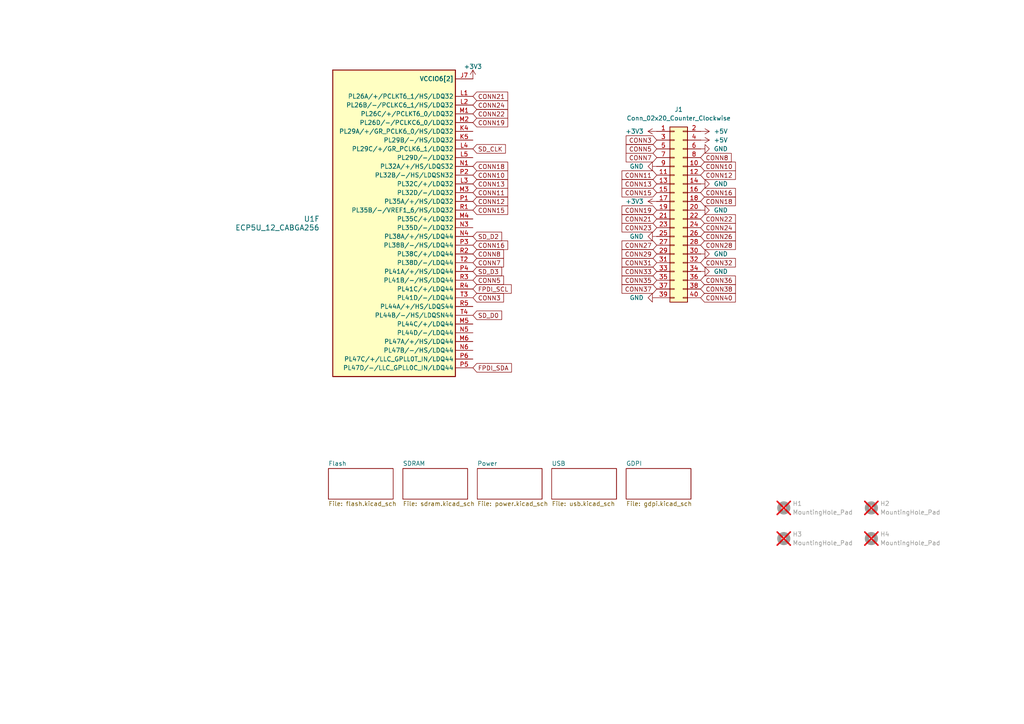
<source format=kicad_sch>
(kicad_sch (version 20250114) (generator "eeschema") (generator_version "9.0")
  (paper "A4")
  (lib_symbols
    (symbol "Connector_Generic:Conn_02x20_Odd_Even" (pin_names (offset 1.016) (hide yes))
      (property "Reference" "J" (at 1.27 25.4 0))
      (property "Value" "Conn_02x20_Odd_Even" (at 1.27 -27.94 0))
      (symbol "Conn_02x20_Odd_Even_1_1"
        (rectangle (start -1.27 24.13) (end 3.81 -26.67) (stroke (width 0.254)) (fill (type background)))
        (rectangle (start -1.27 22.987) (end 0 22.733) (stroke (width 0.1524)))
        (rectangle (start -1.27 20.447) (end 0 20.193) (stroke (width 0.1524)))
        (rectangle (start -1.27 17.907) (end 0 17.653) (stroke (width 0.1524)))
        (rectangle (start -1.27 15.367) (end 0 15.113) (stroke (width 0.1524)))
        (rectangle (start -1.27 12.827) (end 0 12.573) (stroke (width 0.1524)))
        (rectangle (start -1.27 10.287) (end 0 10.033) (stroke (width 0.1524)))
        (rectangle (start -1.27 7.747) (end 0 7.493) (stroke (width 0.1524)))
        (rectangle (start -1.27 5.207) (end 0 4.953) (stroke (width 0.1524)))
        (rectangle (start -1.27 2.667) (end 0 2.413) (stroke (width 0.1524)))
        (rectangle (start -1.27 0.127) (end 0 -0.127) (stroke (width 0.1524)))
        (rectangle (start -1.27 -2.413) (end 0 -2.667) (stroke (width 0.1524)))
        (rectangle (start -1.27 -4.953) (end 0 -5.207) (stroke (width 0.1524)))
        (rectangle (start -1.27 -7.493) (end 0 -7.747) (stroke (width 0.1524)))
        (rectangle (start -1.27 -10.033) (end 0 -10.287) (stroke (width 0.1524)))
        (rectangle (start -1.27 -12.573) (end 0 -12.827) (stroke (width 0.1524)))
        (rectangle (start -1.27 -15.113) (end 0 -15.367) (stroke (width 0.1524)))
        (rectangle (start -1.27 -17.653) (end 0 -17.907) (stroke (width 0.1524)))
        (rectangle (start -1.27 -20.193) (end 0 -20.447) (stroke (width 0.1524)))
        (rectangle (start -1.27 -22.733) (end 0 -22.987) (stroke (width 0.1524)))
        (rectangle (start -1.27 -25.273) (end 0 -25.527) (stroke (width 0.1524)))
        (rectangle (start 3.81 22.987) (end 2.54 22.733) (stroke (width 0.1524)))
        (rectangle (start 3.81 20.447) (end 2.54 20.193) (stroke (width 0.1524)))
        (rectangle (start 3.81 17.907) (end 2.54 17.653) (stroke (width 0.1524)))
        (rectangle (start 3.81 15.367) (end 2.54 15.113) (stroke (width 0.1524)))
        (rectangle (start 3.81 12.827) (end 2.54 12.573) (stroke (width 0.1524)))
        (rectangle (start 3.81 10.287) (end 2.54 10.033) (stroke (width 0.1524)))
        (rectangle (start 3.81 7.747) (end 2.54 7.493) (stroke (width 0.1524)))
        (rectangle (start 3.81 5.207) (end 2.54 4.953) (stroke (width 0.1524)))
        (rectangle (start 3.81 2.667) (end 2.54 2.413) (stroke (width 0.1524)))
        (rectangle (start 3.81 0.127) (end 2.54 -0.127) (stroke (width 0.1524)))
        (rectangle (start 3.81 -2.413) (end 2.54 -2.667) (stroke (width 0.1524)))
        (rectangle (start 3.81 -4.953) (end 2.54 -5.207) (stroke (width 0.1524)))
        (rectangle (start 3.81 -7.493) (end 2.54 -7.747) (stroke (width 0.1524)))
        (rectangle (start 3.81 -10.033) (end 2.54 -10.287) (stroke (width 0.1524)))
        (rectangle (start 3.81 -12.573) (end 2.54 -12.827) (stroke (width 0.1524)))
        (rectangle (start 3.81 -15.113) (end 2.54 -15.367) (stroke (width 0.1524)))
        (rectangle (start 3.81 -17.653) (end 2.54 -17.907) (stroke (width 0.1524)))
        (rectangle (start 3.81 -20.193) (end 2.54 -20.447) (stroke (width 0.1524)))
        (rectangle (start 3.81 -22.733) (end 2.54 -22.987) (stroke (width 0.1524)))
        (rectangle (start 3.81 -25.273) (end 2.54 -25.527) (stroke (width 0.1524)))
        (pin passive line (at -5.08 22.86 0) (length 3.81) (name "Pin_1") (number "1"))
        (pin passive line (at -5.08 20.32 0) (length 3.81) (name "Pin_3") (number "3"))
        (pin passive line (at -5.08 17.78 0) (length 3.81) (name "Pin_5") (number "5"))
        (pin passive line (at -5.08 15.24 0) (length 3.81) (name "Pin_7") (number "7"))
        (pin passive line (at -5.08 12.7 0) (length 3.81) (name "Pin_9") (number "9"))
        (pin passive line (at -5.08 10.16 0) (length 3.81) (name "Pin_11") (number "11"))
        (pin passive line (at -5.08 7.62 0) (length 3.81) (name "Pin_13") (number "13"))
        (pin passive line (at -5.08 5.08 0) (length 3.81) (name "Pin_15") (number "15"))
        (pin passive line (at -5.08 2.54 0) (length 3.81) (name "Pin_17") (number "17"))
        (pin passive line (at -5.08 0 0) (length 3.81) (name "Pin_19") (number "19"))
        (pin passive line (at -5.08 -2.54 0) (length 3.81) (name "Pin_21") (number "21"))
        (pin passive line (at -5.08 -5.08 0) (length 3.81) (name "Pin_23") (number "23"))
        (pin passive line (at -5.08 -7.62 0) (length 3.81) (name "Pin_25") (number "25"))
        (pin passive line (at -5.08 -10.16 0) (length 3.81) (name "Pin_27") (number "27"))
        (pin passive line (at -5.08 -12.7 0) (length 3.81) (name "Pin_29") (number "29"))
        (pin passive line (at -5.08 -15.24 0) (length 3.81) (name "Pin_31") (number "31"))
        (pin passive line (at -5.08 -17.78 0) (length 3.81) (name "Pin_33") (number "33"))
        (pin passive line (at -5.08 -20.32 0) (length 3.81) (name "Pin_35") (number "35"))
        (pin passive line (at -5.08 -22.86 0) (length 3.81) (name "Pin_37") (number "37"))
        (pin passive line (at -5.08 -25.4 0) (length 3.81) (name "Pin_39") (number "39"))
        (pin passive line (at 7.62 22.86 180) (length 3.81) (name "Pin_2") (number "2"))
        (pin passive line (at 7.62 20.32 180) (length 3.81) (name "Pin_4") (number "4"))
        (pin passive line (at 7.62 17.78 180) (length 3.81) (name "Pin_6") (number "6"))
        (pin passive line (at 7.62 15.24 180) (length 3.81) (name "Pin_8") (number "8"))
        (pin passive line (at 7.62 12.7 180) (length 3.81) (name "Pin_10") (number "10"))
        (pin passive line (at 7.62 10.16 180) (length 3.81) (name "Pin_12") (number "12"))
        (pin passive line (at 7.62 7.62 180) (length 3.81) (name "Pin_14") (number "14"))
        (pin passive line (at 7.62 5.08 180) (length 3.81) (name "Pin_16") (number "16"))
        (pin passive line (at 7.62 2.54 180) (length 3.81) (name "Pin_18") (number "18"))
        (pin passive line (at 7.62 0 180) (length 3.81) (name "Pin_20") (number "20"))
        (pin passive line (at 7.62 -2.54 180) (length 3.81) (name "Pin_22") (number "22"))
        (pin passive line (at 7.62 -5.08 180) (length 3.81) (name "Pin_24") (number "24"))
        (pin passive line (at 7.62 -7.62 180) (length 3.81) (name "Pin_26") (number "26"))
        (pin passive line (at 7.62 -10.16 180) (length 3.81) (name "Pin_28") (number "28"))
        (pin passive line (at 7.62 -12.7 180) (length 3.81) (name "Pin_30") (number "30"))
        (pin passive line (at 7.62 -15.24 180) (length 3.81) (name "Pin_32") (number "32"))
        (pin passive line (at 7.62 -17.78 180) (length 3.81) (name "Pin_34") (number "34"))
        (pin passive line (at 7.62 -20.32 180) (length 3.81) (name "Pin_36") (number "36"))
        (pin passive line (at 7.62 -22.86 180) (length 3.81) (name "Pin_38") (number "38"))
        (pin passive line (at 7.62 -25.4 180) (length 3.81) (name "Pin_40") (number "40"))
      )
    )
    (symbol "ECP5U_12_CABGA256_1"
      (property "Reference" "U1" (at 22.86 -2.5399 0))
      (property "Value" "ECP5U_12_CABGA256" (at 22.86 -5.0799 0))
      (symbol "ECP5U_12_CABGA256_1_1_1"
        (rectangle (start -7.62 7.62) (end 6.35 -7.62) (stroke (width 0.001)) (fill (type background)))
        (pin power_in line (at -12.7 5.08 0) (length 5.08) (name "VCC[6]") (number "G6"))
        (pin power_in line (at -12.7 5.08 0) (length 5.08) (name "VCC[6]") (number "G7"))
        (pin power_in line (at -12.7 5.08 0) (length 5.08) (name "VCC[6]") (number "G9"))
        (pin power_in line (at -12.7 5.08 0) (length 5.08) (name "VCC[6]") (number "L10"))
        (pin power_in line (at -12.7 5.08 0) (length 5.08) (name "VCC[6]") (number "L8"))
        (pin power_in line (at -12.7 5.08 0) (length 5.08) (name "VCC[6]") (number "L9"))
        (pin power_in line (at -12.7 2.54 0) (length 5.08) (name "VCCAUX[2]") (number "G11"))
        (pin power_in line (at -12.7 2.54 0) (length 5.08) (name "VCCAUX[2]") (number "L7"))
        (pin power_in line (at -12.7 -5.08 0) (length 5.08) (name "GND[27]") (number "A1"))
        (pin power_in line (at -12.7 -5.08 0) (length 5.08) (name "GND[27]") (number "A16"))
        (pin power_in line (at -12.7 -5.08 0) (length 5.08) (name "GND[27]") (number "D15"))
        (pin power_in line (at -12.7 -5.08 0) (length 5.08) (name "GND[27]") (number "D2"))
        (pin power_in line (at -12.7 -5.08 0) (length 5.08) (name "GND[27]") (number "F8"))
        (pin power_in line (at -12.7 -5.08 0) (length 5.08) (name "GND[27]") (number "F9"))
        (pin power_in line (at -12.7 -5.08 0) (length 5.08) (name "GND[27]") (number "G10"))
        (pin power_in line (at -12.7 -5.08 0) (length 5.08) (name "GND[27]") (number "G8"))
        (pin power_in line (at -12.7 -5.08 0) (length 5.08) (name "GND[27]") (number "H1"))
        (pin power_in line (at -12.7 -5.08 0) (length 5.08) (name "GND[27]") (number "H10"))
        (pin power_in line (at -12.7 -5.08 0) (length 5.08) (name "GND[27]") (number "H16"))
        (pin power_in line (at -12.7 -5.08 0) (length 5.08) (name "GND[27]") (number "H8"))
        (pin power_in line (at -12.7 -5.08 0) (length 5.08) (name "GND[27]") (number "H9"))
        (pin power_in line (at -12.7 -5.08 0) (length 5.08) (name "GND[27]") (number "J10"))
        (pin power_in line (at -12.7 -5.08 0) (length 5.08) (name "GND[27]") (number "J8"))
        (pin power_in line (at -12.7 -5.08 0) (length 5.08) (name "GND[27]") (number "J9"))
        (pin power_in line (at -12.7 -5.08 0) (length 5.08) (name "GND[27]") (number "K10"))
        (pin power_in line (at -12.7 -5.08 0) (length 5.08) (name "GND[27]") (number "K6"))
        (pin power_in line (at -12.7 -5.08 0) (length 5.08) (name "GND[27]") (number "K7"))
        (pin power_in line (at -12.7 -5.08 0) (length 5.08) (name "GND[27]") (number "K8"))
        (pin power_in line (at -12.7 -5.08 0) (length 5.08) (name "GND[27]") (number "K9"))
        (pin power_in line (at -12.7 -5.08 0) (length 5.08) (name "GND[27]") (number "N15"))
        (pin power_in line (at -12.7 -5.08 0) (length 5.08) (name "GND[27]") (number "N2"))
        (pin power_in line (at -12.7 -5.08 0) (length 5.08) (name "GND[27]") (number "T1"))
        (pin power_in line (at -12.7 -5.08 0) (length 5.08) (name "GND[27]") (number "T12"))
        (pin power_in line (at -12.7 -5.08 0) (length 5.08) (name "GND[27]") (number "T16"))
        (pin power_in line (at -12.7 -5.08 0) (length 5.08) (name "GND[27]") (number "T5"))
      )
      (symbol "ECP5U_12_CABGA256_1_2_1"
        (rectangle (start -16.51 40.64) (end 8.89 -27.94) (stroke (width 0.305)) (fill (type background)))
        (pin power_in line (at -21.59 38.1 0) (length 5.08) (name "VCCIO0[2]") (number "F6"))
        (pin power_in line (at -21.59 38.1 0) (length 5.08) (name "VCCIO0[2]") (number "F7"))
        (pin bidirectional line (at -21.59 33.02 0) (length 5.08) (name "PT4A/+") (number "A2"))
        (pin bidirectional line (at -21.59 30.48 0) (length 5.08) (name "PT4B/-") (number "B3"))
        (pin bidirectional line (at -21.59 27.94 0) (length 5.08) (name "PT6A/+") (number "A3"))
        (pin bidirectional line (at -21.59 25.4 0) (length 5.08) (name "PT6B/-") (number "A4"))
        (pin bidirectional line (at -21.59 22.86 0) (length 5.08) (name "PT9A/+") (number "E4"))
        (pin bidirectional line (at -21.59 20.32 0) (length 5.08) (name "PT9B/-") (number "D4"))
        (pin bidirectional line (at -21.59 17.78 0) (length 5.08) (name "PT11A/+") (number "C4"))
        (pin bidirectional line (at -21.59 15.24 0) (length 5.08) (name "PT11B/-") (number "B4"))
        (pin bidirectional line (at -21.59 12.7 0) (length 5.08) (name "PT13A/+") (number "E5"))
        (pin bidirectional line (at -21.59 10.16 0) (length 5.08) (name "PT13B/-") (number "D5"))
        (pin bidirectional line (at -21.59 7.62 0) (length 5.08) (name "PT15A/+") (number "C5"))
        (pin bidirectional line (at -21.59 5.08 0) (length 5.08) (name "PT15B/-") (number "B5"))
        (pin bidirectional line (at -21.59 2.54 0) (length 5.08) (name "PT18A/+") (number "A5"))
        (pin bidirectional line (at -21.59 0 0) (length 5.08) (name "PT18B/-") (number "A6"))
        (pin bidirectional line (at -21.59 -2.54 0) (length 5.08) (name "PT20A/+") (number "E6"))
        (pin bidirectional line (at -21.59 -5.08 0) (length 5.08) (name "PT20B/-") (number "D6"))
        (pin bidirectional line (at -21.59 -7.62 0) (length 5.08) (name "PT22A/+") (number "C6"))
        (pin bidirectional line (at -21.59 -10.16 0) (length 5.08) (name "PT22B/-") (number "B6"))
        (pin bidirectional line (at -21.59 -12.7 0) (length 5.08) (name "PT24A/+/GR_PCLK0_1") (number "E7"))
        (pin bidirectional line (at -21.59 -15.24 0) (length 5.08) (name "PT24B/-/GR_PCLK0_0") (number "D7"))
        (pin bidirectional line (at -21.59 -17.78 0) (length 5.08) (name "PT27A/+/PCLKT0_1") (number "C7"))
        (pin bidirectional line (at -21.59 -20.32 0) (length 5.08) (name "PT27B/-/PCLKC0_1") (number "B7"))
        (pin bidirectional line (at -21.59 -22.86 0) (length 5.08) (name "PT29A/+/PCLKT0_0") (number "A7"))
        (pin bidirectional line (at -21.59 -25.4 0) (length 5.08) (name "PT29B/-/PCLKC0_0") (number "A8"))
      )
      (symbol "ECP5U_12_CABGA256_1_3_1"
        (rectangle (start -16.51 40.64) (end 8.89 -48.26) (stroke (width 0.305)) (fill (type background)))
        (pin power_in line (at -21.59 38.1 0) (length 5.08) (name "VCCIO1[2]") (number "F10"))
        (pin power_in line (at -21.59 38.1 0) (length 5.08) (name "VCCIO1[2]") (number "F11"))
        (pin bidirectional line (at -21.59 33.02 0) (length 5.08) (name "PT33A/+/PCLKT1_1") (number "E8"))
        (pin bidirectional line (at -21.59 30.48 0) (length 5.08) (name "PT33B/-/PCLKC1_1") (number "D8"))
        (pin bidirectional line (at -21.59 27.94 0) (length 5.08) (name "PT35A/+/PCLKT1_0") (number "C8"))
        (pin bidirectional line (at -21.59 25.4 0) (length 5.08) (name "PT35B/-/PCLKC1_0") (number "B8"))
        (pin bidirectional line (at -21.59 22.86 0) (length 5.08) (name "PT38A/+/GR_PCLK1_0") (number "B9"))
        (pin bidirectional line (at -21.59 20.32 0) (length 5.08) (name "PT38B/-/GR_PCLK1_1") (number "C9"))
        (pin bidirectional line (at -21.59 17.78 0) (length 5.08) (name "PT40A/+") (number "D9"))
        (pin bidirectional line (at -21.59 15.24 0) (length 5.08) (name "PT40B/-") (number "E9"))
        (pin bidirectional line (at -21.59 12.7 0) (length 5.08) (name "PT42A/+") (number "A9"))
        (pin bidirectional line (at -21.59 10.16 0) (length 5.08) (name "PT42B/-") (number "A10"))
        (pin bidirectional line (at -21.59 7.62 0) (length 5.08) (name "PT44A/+") (number "B10"))
        (pin bidirectional line (at -21.59 5.08 0) (length 5.08) (name "PT44B/-") (number "C10"))
        (pin bidirectional line (at -21.59 2.54 0) (length 5.08) (name "PT47A/+") (number "D10"))
        (pin bidirectional line (at -21.59 0 0) (length 5.08) (name "PT47B/-") (number "E10"))
        (pin bidirectional line (at -21.59 -2.54 0) (length 5.08) (name "PT49A/+") (number "B11"))
        (pin bidirectional line (at -21.59 -5.08 0) (length 5.08) (name "PT49B/-") (number "C11"))
        (pin bidirectional line (at -21.59 -7.62 0) (length 5.08) (name "PT51A/+") (number "D11"))
        (pin bidirectional line (at -21.59 -10.16 0) (length 5.08) (name "PT51B/-") (number "E11"))
        (pin bidirectional line (at -21.59 -12.7 0) (length 5.08) (name "PT53A/+") (number "A11"))
        (pin bidirectional line (at -21.59 -15.24 0) (length 5.08) (name "PT53B/-") (number "A12"))
        (pin bidirectional line (at -21.59 -17.78 0) (length 5.08) (name "PT56A/+") (number "B12"))
        (pin bidirectional line (at -21.59 -20.32 0) (length 5.08) (name "PT56B/-") (number "C12"))
        (pin bidirectional line (at -21.59 -22.86 0) (length 5.08) (name "PT58A/+") (number "D12"))
        (pin bidirectional line (at -21.59 -25.4 0) (length 5.08) (name "PT58B/-") (number "E12"))
        (pin bidirectional line (at -21.59 -27.94 0) (length 5.08) (name "PT60A/+") (number "B13"))
        (pin bidirectional line (at -21.59 -30.48 0) (length 5.08) (name "PT60B/-") (number "C13"))
        (pin bidirectional line (at -21.59 -33.02 0) (length 5.08) (name "PT62A/+") (number "D13"))
        (pin bidirectional line (at -21.59 -35.56 0) (length 5.08) (name "PT62B/-") (number "E13"))
        (pin bidirectional line (at -21.59 -38.1 0) (length 5.08) (name "PT65A/+") (number "A13"))
        (pin bidirectional line (at -21.59 -40.64 0) (length 5.08) (name "PT65B/-") (number "A14"))
        (pin bidirectional line (at -21.59 -43.18 0) (length 5.08) (name "PT67A/+") (number "B14"))
        (pin bidirectional line (at -21.59 -45.72 0) (length 5.08) (name "PT67B/-") (number "A15"))
      )
      (symbol "ECP5U_12_CABGA256_1_4_1"
        (rectangle (start -16.51 40.64) (end 21.59 -48.26) (stroke (width 0.305)) (fill (type background)))
        (pin power_in line (at -21.59 38.1 0) (length 5.08) (name "VCCIO2[2]") (number "H11"))
        (pin power_in line (at -21.59 38.1 0) (length 5.08) (name "VCCIO2[2]") (number "J11"))
        (pin bidirectional line (at -21.59 33.02 0) (length 5.08) (name "PR2A/+/HS/RDQ8") (number "B16"))
        (pin bidirectional line (at -21.59 30.48 0) (length 5.08) (name "PR2B/-/S0_IN/HS/RDQ8") (number "B15"))
        (pin bidirectional line (at -21.59 27.94 0) (length 5.08) (name "PR2C/+/RDQ8") (number "C14"))
        (pin bidirectional line (at -21.59 25.4 0) (length 5.08) (name "PR2D/-/RDQ8") (number "D14"))
        (pin bidirectional line (at -21.59 22.86 0) (length 5.08) (name "PR5A/+/HS/RDQ8") (number "C16"))
        (pin bidirectional line (at -21.59 20.32 0) (length 5.08) (name "PR5B/-/HS/RDQ8") (number "C15"))
        (pin bidirectional line (at -21.59 17.78 0) (length 5.08) (name "PR5C/+/RDQ8") (number "E14"))
        (pin bidirectional line (at -21.59 15.24 0) (length 5.08) (name "PR5D/-/RDQ8") (number "F14"))
        (pin bidirectional line (at -21.59 12.7 0) (length 5.08) (name "PR8A/+/HS/RDQS8") (number "D16"))
        (pin bidirectional line (at -21.59 10.16 0) (length 5.08) (name "PR8B/-/HS/RDQSN8") (number "E15"))
        (pin bidirectional line (at -21.59 7.62 0) (length 5.08) (name "PR8C/+/RDQ8") (number "F13"))
        (pin bidirectional line (at -21.59 5.08 0) (length 5.08) (name "PR8D/-/RDQ8") (number "F12"))
        (pin bidirectional line (at -21.59 2.54 0) (length 5.08) (name "PR11A/+/HS/RDQ8") (number "G12"))
        (pin bidirectional line (at -21.59 0 0) (length 5.08) (name "PR11B/-/HS/RDQ8") (number "G13"))
        (pin bidirectional line (at -21.59 -2.54 0) (length 5.08) (name "PR11C/+/RDQ8") (number "F15"))
        (pin bidirectional line (at -21.59 -5.08 0) (length 5.08) (name "PR11D/-/RDQ8") (number "E16"))
        (pin bidirectional line (at -21.59 -7.62 0) (length 5.08) (name "PR14A/+/HS/RDQ20") (number "F16"))
        (pin bidirectional line (at -21.59 -10.16 0) (length 5.08) (name "PR14B/-/HS/RDQ20") (number "G15"))
        (pin bidirectional line (at -21.59 -12.7 0) (length 5.08) (name "PR14C/+/VREF1_2/RDQ20") (number "G14"))
        (pin bidirectional line (at -21.59 -15.24 0) (length 5.08) (name "PR14D/-/RDQ20") (number "H14"))
        (pin bidirectional line (at -21.59 -17.78 0) (length 5.08) (name "PR17A/+/HS/RDQ20") (number "H12"))
        (pin bidirectional line (at -21.59 -20.32 0) (length 5.08) (name "PR17B/-/HS/RDQ20") (number "H13"))
        (pin bidirectional line (at -21.59 -22.86 0) (length 5.08) (name "PR17C/+/RDQ20") (number "J13"))
        (pin bidirectional line (at -21.59 -25.4 0) (length 5.08) (name "PR17D/-/RDQ20") (number "J12"))
        (pin bidirectional line (at -21.59 -27.94 0) (length 5.08) (name "PR20A/+/GR_PCLK2_1/HS/RDQS20") (number "G16"))
        (pin bidirectional line (at -21.59 -30.48 0) (length 5.08) (name "PR20B/-/HS/RDQSN20") (number "H15"))
        (pin bidirectional line (at -21.59 -33.02 0) (length 5.08) (name "PR20C/+/GR_PCLK2_0/RDQ20") (number "J14"))
        (pin bidirectional line (at -21.59 -35.56 0) (length 5.08) (name "PR20D/-/RDQ20") (number "K14"))
        (pin bidirectional line (at -21.59 -38.1 0) (length 5.08) (name "PR23A/+/PCLKT2_1/HS/RDQ20") (number "J16"))
        (pin bidirectional line (at -21.59 -40.64 0) (length 5.08) (name "PR23B/-/PCLKC2_1/HS/RDQ20") (number "J15"))
        (pin bidirectional line (at -21.59 -43.18 0) (length 5.08) (name "PR23C/+/PCLKT2_0/RDQ20") (number "K16"))
        (pin bidirectional line (at -21.59 -45.72 0) (length 5.08) (name "PR23D/-/PCLKC2_0/RDQ20") (number "K15"))
      )
      (symbol "ECP5U_12_CABGA256_1_5_1"
        (rectangle (start -16.51 40.64) (end 19.05 -48.26) (stroke (width 0.305)) (fill (type background)))
        (pin power_in line (at -21.59 38.1 0) (length 5.08) (name "VCCIO3[2]") (number "K11"))
        (pin power_in line (at -21.59 38.1 0) (length 5.08) (name "VCCIO3[2]") (number "L11"))
        (pin bidirectional line (at -21.59 33.02 0) (length 5.08) (name "PR26A/+/PCLKT3_1/HS/RDQ32") (number "L16"))
        (pin bidirectional line (at -21.59 30.48 0) (length 5.08) (name "PR26B/-/PCLKC3_1/HS/RDQ32") (number "L15"))
        (pin bidirectional line (at -21.59 27.94 0) (length 5.08) (name "PR26C/+/PCLKT3_0/RDQ32") (number "M16"))
        (pin bidirectional line (at -21.59 25.4 0) (length 5.08) (name "PR26D/-/PCLKC3_0/RDQ32") (number "M15"))
        (pin bidirectional line (at -21.59 22.86 0) (length 5.08) (name "PR29A/+/GR_PCLK3_0/HS/RDQ32") (number "K13"))
        (pin bidirectional line (at -21.59 20.32 0) (length 5.08) (name "PR29B/-/HS/RDQ32") (number "K12"))
        (pin bidirectional line (at -21.59 17.78 0) (length 5.08) (name "PR29C/+/GR_PCLK3_1/RDQ32") (number "L13"))
        (pin bidirectional line (at -21.59 15.24 0) (length 5.08) (name "PR29D/-/RDQ32") (number "L12"))
        (pin bidirectional line (at -21.59 12.7 0) (length 5.08) (name "PR32A/+/HS/RDQS32") (number "N16"))
        (pin bidirectional line (at -21.59 10.16 0) (length 5.08) (name "PR32B/-/HS/RDQSN32") (number "P15"))
        (pin bidirectional line (at -21.59 7.62 0) (length 5.08) (name "PR32C/+/RDQ32") (number "L14"))
        (pin bidirectional line (at -21.59 5.08 0) (length 5.08) (name "PR32D/-/RDQ32") (number "M14"))
        (pin bidirectional line (at -21.59 2.54 0) (length 5.08) (name "PR35A/+/HS/RDQ32") (number "P16"))
        (pin bidirectional line (at -21.59 0 0) (length 5.08) (name "PR35B/-/VREF1_3/HS/RDQ32") (number "R16"))
        (pin bidirectional line (at -21.59 -2.54 0) (length 5.08) (name "PR35C/+/RDQ32") (number "M13"))
        (pin bidirectional line (at -21.59 -5.08 0) (length 5.08) (name "PR35D/-/RDQ32") (number "N14"))
        (pin bidirectional line (at -21.59 -7.62 0) (length 5.08) (name "PR38A/+/HS/RDQ44") (number "N13"))
        (pin bidirectional line (at -21.59 -10.16 0) (length 5.08) (name "PR38B/-/HS/RDQ44") (number "P14"))
        (pin bidirectional line (at -21.59 -12.7 0) (length 5.08) (name "PR38C/+/RDQ44") (number "R15"))
        (pin bidirectional line (at -21.59 -15.24 0) (length 5.08) (name "PR38D/-/RDQ44") (number "T15"))
        (pin bidirectional line (at -21.59 -17.78 0) (length 5.08) (name "PR41A/+/HS/RDQ44") (number "P13"))
        (pin bidirectional line (at -21.59 -20.32 0) (length 5.08) (name "PR41B/-/HS/RDQ44") (number "R14"))
        (pin bidirectional line (at -21.59 -22.86 0) (length 5.08) (name "PR41C/+/RDQ44") (number "R13"))
        (pin bidirectional line (at -21.59 -25.4 0) (length 5.08) (name "PR41D/-/RDQ44") (number "T14"))
        (pin bidirectional line (at -21.59 -27.94 0) (length 5.08) (name "PR44A/+/HS/RDQS44") (number "R12"))
        (pin bidirectional line (at -21.59 -30.48 0) (length 5.08) (name "PR44B/-/HS/RDQSN44") (number "T13"))
        (pin bidirectional line (at -21.59 -33.02 0) (length 5.08) (name "PR44C/+/RDQ44") (number "M12"))
        (pin bidirectional line (at -21.59 -35.56 0) (length 5.08) (name "PR44D/-/RDQ44") (number "N12"))
        (pin bidirectional line (at -21.59 -38.1 0) (length 5.08) (name "PR47A/+/HS/RDQ44") (number "M11"))
        (pin bidirectional line (at -21.59 -40.64 0) (length 5.08) (name "PR47B/-/HS/RDQ44") (number "N11"))
        (pin bidirectional line (at -21.59 -43.18 0) (length 5.08) (name "PR47C/+/LRC_GPLL0T_IN/RDQ44") (number "P11"))
        (pin bidirectional line (at -21.59 -45.72 0) (length 5.08) (name "PR47D/-/LRC_GPLL0C_IN/RDQ44") (number "P12"))
      )
      (symbol "ECP5U_12_CABGA256_1_6_1"
        (rectangle (start -16.51 40.64) (end 19.05 -48.26) (stroke (width 0.305)) (fill (type background)))
        (pin power_in line (at -21.59 38.1 0) (length 5.08) (name "VCCIO6[2]") (number "J6"))
        (pin power_in line (at -21.59 38.1 0) (length 5.08) (name "VCCIO6[2]") (number "J7"))
        (pin bidirectional line (at -21.59 33.02 0) (length 5.08) (name "PL26A/+/PCLKT6_1/HS/LDQ32") (number "L1"))
        (pin bidirectional line (at -21.59 30.48 0) (length 5.08) (name "PL26B/-/PCLKC6_1/HS/LDQ32") (number "L2"))
        (pin bidirectional line (at -21.59 27.94 0) (length 5.08) (name "PL26C/+/PCLKT6_0/LDQ32") (number "M1"))
        (pin bidirectional line (at -21.59 25.4 0) (length 5.08) (name "PL26D/-/PCLKC6_0/LDQ32") (number "M2"))
        (pin bidirectional line (at -21.59 22.86 0) (length 5.08) (name "PL29A/+/GR_PCLK6_0/HS/LDQ32") (number "K4"))
        (pin bidirectional line (at -21.59 20.32 0) (length 5.08) (name "PL29B/-/HS/LDQ32") (number "K5"))
        (pin bidirectional line (at -21.59 17.78 0) (length 5.08) (name "PL29C/+/GR_PCLK6_1/LDQ32") (number "L4"))
        (pin bidirectional line (at -21.59 15.24 0) (length 5.08) (name "PL29D/-/LDQ32") (number "L5"))
        (pin bidirectional line (at -21.59 12.7 0) (length 5.08) (name "PL32A/+/HS/LDQS32") (number "N1"))
        (pin bidirectional line (at -21.59 10.16 0) (length 5.08) (name "PL32B/-/HS/LDQSN32") (number "P2"))
        (pin bidirectional line (at -21.59 7.62 0) (length 5.08) (name "PL32C/+/LDQ32") (number "L3"))
        (pin bidirectional line (at -21.59 5.08 0) (length 5.08) (name "PL32D/-/LDQ32") (number "M3"))
        (pin bidirectional line (at -21.59 2.54 0) (length 5.08) (name "PL35A/+/HS/LDQ32") (number "P1"))
        (pin bidirectional line (at -21.59 0 0) (length 5.08) (name "PL35B/-/VREF1_6/HS/LDQ32") (number "R1"))
        (pin bidirectional line (at -21.59 -2.54 0) (length 5.08) (name "PL35C/+/LDQ32") (number "M4"))
        (pin bidirectional line (at -21.59 -5.08 0) (length 5.08) (name "PL35D/-/LDQ32") (number "N3"))
        (pin bidirectional line (at -21.59 -7.62 0) (length 5.08) (name "PL38A/+/HS/LDQ44") (number "N4"))
        (pin bidirectional line (at -21.59 -10.16 0) (length 5.08) (name "PL38B/-/HS/LDQ44") (number "P3"))
        (pin bidirectional line (at -21.59 -12.7 0) (length 5.08) (name "PL38C/+/LDQ44") (number "R2"))
        (pin bidirectional line (at -21.59 -15.24 0) (length 5.08) (name "PL38D/-/LDQ44") (number "T2"))
        (pin bidirectional line (at -21.59 -17.78 0) (length 5.08) (name "PL41A/+/HS/LDQ44") (number "P4"))
        (pin bidirectional line (at -21.59 -20.32 0) (length 5.08) (name "PL41B/-/HS/LDQ44") (number "R3"))
        (pin bidirectional line (at -21.59 -22.86 0) (length 5.08) (name "PL41C/+/LDQ44") (number "R4"))
        (pin bidirectional line (at -21.59 -25.4 0) (length 5.08) (name "PL41D/-/LDQ44") (number "T3"))
        (pin bidirectional line (at -21.59 -27.94 0) (length 5.08) (name "PL44A/+/HS/LDQS44") (number "R5"))
        (pin bidirectional line (at -21.59 -30.48 0) (length 5.08) (name "PL44B/-/HS/LDQSN44") (number "T4"))
        (pin bidirectional line (at -21.59 -33.02 0) (length 5.08) (name "PL44C/+/LDQ44") (number "M5"))
        (pin bidirectional line (at -21.59 -35.56 0) (length 5.08) (name "PL44D/-/LDQ44") (number "N5"))
        (pin bidirectional line (at -21.59 -38.1 0) (length 5.08) (name "PL47A/+/HS/LDQ44") (number "M6"))
        (pin bidirectional line (at -21.59 -40.64 0) (length 5.08) (name "PL47B/-/HS/LDQ44") (number "N6"))
        (pin bidirectional line (at -21.59 -43.18 0) (length 5.08) (name "PL47C/+/LLC_GPLL0T_IN/LDQ44") (number "P6"))
        (pin bidirectional line (at -21.59 -45.72 0) (length 5.08) (name "PL47D/-/LLC_GPLL0C_IN/LDQ44") (number "P5"))
      )
      (symbol "ECP5U_12_CABGA256_1_7_1"
        (rectangle (start -16.51 40.64) (end 20.32 -46.99) (stroke (width 0.305)) (fill (type background)))
        (pin power_in line (at -21.59 38.1 0) (length 5.08) (name "VCCIO7[2]") (number "H6"))
        (pin power_in line (at -21.59 38.1 0) (length 5.08) (name "VCCIO7[2]") (number "H7"))
        (pin bidirectional line (at -21.59 34.29 0) (length 5.08) (name "PL2A/+/HS/LDQ8") (number "B1"))
        (pin bidirectional line (at -21.59 31.75 0) (length 5.08) (name "PL2B/-/HS/LDQ8") (number "B2"))
        (pin bidirectional line (at -21.59 29.21 0) (length 5.08) (name "PL2C/+/LDQ8") (number "C3"))
        (pin bidirectional line (at -21.59 26.67 0) (length 5.08) (name "PL2D/-/LDQ8") (number "D3"))
        (pin bidirectional line (at -21.59 24.13 0) (length 5.08) (name "PL5A/+/HS/LDQ8") (number "C1"))
        (pin bidirectional line (at -21.59 21.59 0) (length 5.08) (name "PL5B/-/HS/LDQ8") (number "C2"))
        (pin bidirectional line (at -21.59 19.05 0) (length 5.08) (name "PL5C/+/LDQ8") (number "E3"))
        (pin bidirectional line (at -21.59 16.51 0) (length 5.08) (name "PL5D/-/LDQ8") (number "F3"))
        (pin bidirectional line (at -21.59 13.97 0) (length 5.08) (name "PL8A/+/HS/LDQS8") (number "D1"))
        (pin bidirectional line (at -21.59 11.43 0) (length 5.08) (name "PL8B/-/HS/LDQSN8") (number "E2"))
        (pin bidirectional line (at -21.59 8.89 0) (length 5.08) (name "PL8C/+/LDQ8") (number "F4"))
        (pin bidirectional line (at -21.59 6.35 0) (length 5.08) (name "PL8D/-/LDQ8") (number "F5"))
        (pin bidirectional line (at -21.59 3.81 0) (length 5.08) (name "PL11A/+/HS/LDQ8") (number "G5"))
        (pin bidirectional line (at -21.59 1.27 0) (length 5.08) (name "PL11B/-/HS/LDQ8") (number "G4"))
        (pin bidirectional line (at -21.59 -1.27 0) (length 5.08) (name "PL11C/+/LDQ8") (number "F2"))
        (pin bidirectional line (at -21.59 -3.81 0) (length 5.08) (name "PL11D/-/LDQ8") (number "E1"))
        (pin bidirectional line (at -21.59 -6.35 0) (length 5.08) (name "PL14A/+/HS/LDQ20") (number "F1"))
        (pin bidirectional line (at -21.59 -8.89 0) (length 5.08) (name "PL14B/-/HS/LDQ20") (number "G2"))
        (pin bidirectional line (at -21.59 -11.43 0) (length 5.08) (name "PL14C/+/VREF1_7/LDQ20") (number "G3"))
        (pin bidirectional line (at -21.59 -13.97 0) (length 5.08) (name "PL14D/-/LDQ20") (number "H3"))
        (pin bidirectional line (at -21.59 -16.51 0) (length 5.08) (name "PL17A/+/HS/LDQ20") (number "H5"))
        (pin bidirectional line (at -21.59 -19.05 0) (length 5.08) (name "PL17B/-/HS/LDQ20") (number "H4"))
        (pin bidirectional line (at -21.59 -21.59 0) (length 5.08) (name "PL17C/+/LDQ20") (number "J4"))
        (pin bidirectional line (at -21.59 -24.13 0) (length 5.08) (name "PL17D/-/LDQ20") (number "J5"))
        (pin bidirectional line (at -21.59 -26.67 0) (length 5.08) (name "PL20A/+/GR_PCLK7_1/HS/LDQS20") (number "G1"))
        (pin bidirectional line (at -21.59 -29.21 0) (length 5.08) (name "PL20B/-/HS/LDQSN20") (number "H2"))
        (pin bidirectional line (at -21.59 -31.75 0) (length 5.08) (name "PL20C/+/GR_PCLK7_0/LDQ20") (number "J3"))
        (pin bidirectional line (at -21.59 -34.29 0) (length 5.08) (name "PL20D/-/LDQ20") (number "K3"))
        (pin bidirectional line (at -21.59 -36.83 0) (length 5.08) (name "PL23A/+/PCLKT7_1/HS/LDQ20") (number "J1"))
        (pin bidirectional line (at -21.59 -39.37 0) (length 5.08) (name "PL23B/-/PCLKC7_1/HS/LDQ20") (number "J2"))
        (pin bidirectional line (at -21.59 -41.91 0) (length 5.08) (name "PL23C/+/PCLKT7_0/LDQ20") (number "K1"))
        (pin bidirectional line (at -21.59 -44.45 0) (length 5.08) (name "PL23D/-/PCLKC7_0/LDQ20") (number "K2"))
      )
      (symbol "ECP5U_12_CABGA256_1_8_1"
        (rectangle (start -16.51 40.64) (end 25.4 -17.78) (stroke (width 0.305)) (fill (type background)))
        (pin power_in line (at -21.59 38.1 0) (length 5.08) (name "VCCIO8") (number "L6"))
        (pin bidirectional line (at -21.59 33.02 0) (length 5.08) (name "CCLK/MCLK/SCK") (number "N9"))
        (pin bidirectional line (at -21.59 30.48 0) (length 5.08) (name "CFG_0") (number "N10"))
        (pin bidirectional line (at -21.59 27.94 0) (length 5.08) (name "CFG_1") (number "P10"))
        (pin bidirectional line (at -21.59 25.4 0) (length 5.08) (name "CFG_2") (number "R10"))
        (pin bidirectional line (at -21.59 22.86 0) (length 5.08) (name "DONE") (number "P9"))
        (pin bidirectional line (at -21.59 20.32 0) (length 5.08) (name "INITN") (number "T9"))
        (pin bidirectional line (at -21.59 17.78 0) (length 5.08) (name "PB4A/+/D7/IO7") (number "T6"))
        (pin bidirectional line (at -21.59 15.24 0) (length 5.08) (name "PB4B/-/D6/IO6") (number "R6"))
        (pin bidirectional line (at -21.59 12.7 0) (length 5.08) (name "PB6A/+/D5/MISO2/IO5") (number "R7"))
        (pin bidirectional line (at -21.59 10.16 0) (length 5.08) (name "PB6B/-/D4/MOSI2/IO4") (number "P7"))
        (pin bidirectional line (at -21.59 7.62 0) (length 5.08) (name "PB9A/+/D3/IO3") (number "N7"))
        (pin bidirectional line (at -21.59 5.08 0) (length 5.08) (name "PB9B/-/D2/IO2") (number "M7"))
        (pin bidirectional line (at -21.59 2.54 0) (length 5.08) (name "PB11A/+/D1/MISO/IO1") (number "T7"))
        (pin bidirectional line (at -21.59 0 0) (length 5.08) (name "PB11B/-/D0/MOSI/IO0") (number "T8"))
        (pin bidirectional line (at -21.59 -2.54 0) (length 5.08) (name "PB13A/+/SN/CSN") (number "R8"))
        (pin bidirectional line (at -21.59 -5.08 0) (length 5.08) (name "PB13B/-/CS1N") (number "P8"))
        (pin bidirectional line (at -21.59 -7.62 0) (length 5.08) (name "PB15A/+/HOLDN/DI/BUSY/CSSPIN/CEN") (number "N8"))
        (pin bidirectional line (at -21.59 -10.16 0) (length 5.08) (name "PB15B/-/DOUT/CSON") (number "M8"))
        (pin bidirectional line (at -21.59 -12.7 0) (length 5.08) (name "PB18A/WRITEN") (number "M9"))
        (pin bidirectional line (at -21.59 -15.24 0) (length 5.08) (name "PROGRAMN") (number "R9"))
      )
      (symbol "ECP5U_12_CABGA256_1_9_1"
        (rectangle (start -2.54 6.35) (end 5.08 -6.35) (stroke (width 0.305)) (fill (type background)))
        (pin bidirectional line (at -7.62 3.81 0) (length 5.08) (name "TCK") (number "T10"))
        (pin bidirectional line (at -7.62 1.27 0) (length 5.08) (name "TDI") (number "R11"))
        (pin bidirectional line (at -7.62 -1.27 0) (length 5.08) (name "TDO") (number "M10"))
        (pin bidirectional line (at -7.62 -3.81 0) (length 5.08) (name "TMS") (number "T11"))
      )
    )
    (symbol "Mechanical:MountingHole" (pin_names (offset 1.016)) (in_bom no)
      (property "Reference" "H" (at 0 5.08 0))
      (property "Value" "MountingHole" (at 0 3.175 0))
      (symbol "MountingHole_0_1"
        (circle (center 0 0) (radius 1.27) (stroke (width 1.27)))
      )
    )
    (symbol "power:+3V3" (power) (pin_numbers (hide yes)) (pin_names (offset 0) (hide yes))
      (property "Value" "+3V3" (at 0 3.556 0))
      (symbol "+3V3_0_1"
        (polyline (pts (xy -0.762 1.27) (xy 0 2.54)))
        (polyline (pts (xy 0 2.54) (xy 0.762 1.27)))
        (polyline (pts (xy 0 0) (xy 0 2.54)))
      )
      (symbol "+3V3_1_1"
        (pin power_in line (at 0 0 90) (length 0) (name "~") (number "1"))
      )
    )
    (symbol "power:+5V" (power) (pin_numbers (hide yes)) (pin_names (offset 0) (hide yes))
      (property "Value" "+5V" (at 0 3.556 0))
      (symbol "+5V_0_1"
        (polyline (pts (xy -0.762 1.27) (xy 0 2.54)))
        (polyline (pts (xy 0 2.54) (xy 0.762 1.27)))
        (polyline (pts (xy 0 0) (xy 0 2.54)))
      )
      (symbol "+5V_1_1"
        (pin power_in line (at 0 0 90) (length 0) (name "~") (number "1"))
      )
    )
    (symbol "power:GND" (power) (pin_numbers (hide yes)) (pin_names (offset 0) (hide yes))
      (property "Value" "GND" (at 0 -3.81 0))
      (symbol "GND_0_1"
        (polyline (pts (xy 0 0) (xy 0 -1.27) (xy 1.27 -1.27) (xy 0 -2.54) (xy -1.27 -1.27) (xy 0 -1.27)))
      )
      (symbol "GND_1_1"
        (pin power_in line (at 0 0 270) (length 0) (name "~") (number "1"))
      )
    )
  )
  (global_label "CONN22" (shape input) (at 203.2 63.5 0) (property "Intersheetrefs" "${INTERSHEET_REFS}" (effects (hide yes))))
  (global_label "FPDI_SCL" (shape input) (at 137.16 83.82 0) (property "Intersheetrefs" "${INTERSHEET_REFS}" (effects (hide yes))))
  (global_label "SD_D2" (shape input) (at 137.16 68.58 0) (property "Intersheetrefs" "${INTERSHEET_REFS}" (effects (hide yes))))
  (global_label "CONN36" (shape input) (at 203.2 81.28 0) (property "Intersheetrefs" "${INTERSHEET_REFS}" (effects (hide yes))))
  (global_label "CONN13" (shape input) (at 190.5 53.34 180) (property "Intersheetrefs" "${INTERSHEET_REFS}" (effects (hide yes))))
  (global_label "CONN37" (shape input) (at 190.5 83.82 180) (property "Intersheetrefs" "${INTERSHEET_REFS}" (effects (hide yes))))
  (global_label "CONN7" (shape input) (at 137.16 76.2 0) (property "Intersheetrefs" "${INTERSHEET_REFS}" (effects (hide yes))))
  (global_label "CONN11" (shape input) (at 137.16 55.88 0) (property "Intersheetrefs" "${INTERSHEET_REFS}" (effects (hide yes))))
  (global_label "CONN27" (shape input) (at 190.5 71.12 180) (property "Intersheetrefs" "${INTERSHEET_REFS}" (effects (hide yes))))
  (global_label "CONN18" (shape input) (at 137.16 48.26 0) (property "Intersheetrefs" "${INTERSHEET_REFS}" (effects (hide yes))))
  (global_label "FPDI_SDA" (shape input) (at 137.16 106.68 0) (property "Intersheetrefs" "${INTERSHEET_REFS}" (effects (hide yes))))
  (global_label "CONN21" (shape input) (at 190.5 63.5 180) (property "Intersheetrefs" "${INTERSHEET_REFS}" (effects (hide yes))))
  (global_label "CONN3" (shape input) (at 190.5 40.64 180) (property "Intersheetrefs" "${INTERSHEET_REFS}" (effects (hide yes))))
  (global_label "CONN24" (shape input) (at 137.16 30.48 0) (property "Intersheetrefs" "${INTERSHEET_REFS}" (effects (hide yes))))
  (global_label "CONN40" (shape input) (at 203.2 86.36 0) (property "Intersheetrefs" "${INTERSHEET_REFS}" (effects (hide yes))))
  (global_label "CONN15" (shape input) (at 190.5 55.88 180) (property "Intersheetrefs" "${INTERSHEET_REFS}" (effects (hide yes))))
  (global_label "CONN10" (shape input) (at 203.2 48.26 0) (property "Intersheetrefs" "${INTERSHEET_REFS}" (effects (hide yes))))
  (global_label "CONN7" (shape input) (at 190.5 45.72 180) (property "Intersheetrefs" "${INTERSHEET_REFS}" (effects (hide yes))))
  (global_label "CONN16" (shape input) (at 203.2 55.88 0) (property "Intersheetrefs" "${INTERSHEET_REFS}" (effects (hide yes))))
  (global_label "SD_D3" (shape input) (at 137.16 78.74 0) (property "Intersheetrefs" "${INTERSHEET_REFS}" (effects (hide yes))))
  (global_label "CONN13" (shape input) (at 137.16 53.34 0) (property "Intersheetrefs" "${INTERSHEET_REFS}" (effects (hide yes))))
  (global_label "CONN35" (shape input) (at 190.5 81.28 180) (property "Intersheetrefs" "${INTERSHEET_REFS}" (effects (hide yes))))
  (global_label "CONN18" (shape input) (at 203.2 58.42 0) (property "Intersheetrefs" "${INTERSHEET_REFS}" (effects (hide yes))))
  (global_label "CONN32" (shape input) (at 203.2 76.2 0) (property "Intersheetrefs" "${INTERSHEET_REFS}" (effects (hide yes))))
  (global_label "CONN5" (shape input) (at 190.5 43.18 180) (property "Intersheetrefs" "${INTERSHEET_REFS}" (effects (hide yes))))
  (global_label "CONN11" (shape input) (at 190.5 50.8 180) (property "Intersheetrefs" "${INTERSHEET_REFS}" (effects (hide yes))))
  (global_label "CONN12" (shape input) (at 137.16 58.42 0) (property "Intersheetrefs" "${INTERSHEET_REFS}" (effects (hide yes))))
  (global_label "CONN24" (shape input) (at 203.2 66.04 0) (property "Intersheetrefs" "${INTERSHEET_REFS}" (effects (hide yes))))
  (global_label "CONN10" (shape input) (at 137.16 50.8 0) (property "Intersheetrefs" "${INTERSHEET_REFS}" (effects (hide yes))))
  (global_label "SD_CLK" (shape input) (at 137.16 43.18 0) (property "Intersheetrefs" "${INTERSHEET_REFS}" (effects (hide yes))))
  (global_label "CONN3" (shape input) (at 137.16 86.36 0) (property "Intersheetrefs" "${INTERSHEET_REFS}" (effects (hide yes))))
  (global_label "CONN19" (shape input) (at 190.5 60.96 180) (property "Intersheetrefs" "${INTERSHEET_REFS}" (effects (hide yes))))
  (global_label "CONN5" (shape input) (at 137.16 81.28 0) (property "Intersheetrefs" "${INTERSHEET_REFS}" (effects (hide yes))))
  (global_label "CONN12" (shape input) (at 203.2 50.8 0) (property "Intersheetrefs" "${INTERSHEET_REFS}" (effects (hide yes))))
  (global_label "CONN15" (shape input) (at 137.16 60.96 0) (property "Intersheetrefs" "${INTERSHEET_REFS}" (effects (hide yes))))
  (global_label "SD_D0" (shape input) (at 137.16 91.44 0) (property "Intersheetrefs" "${INTERSHEET_REFS}" (effects (hide yes))))
  (global_label "CONN16" (shape input) (at 137.16 71.12 0) (property "Intersheetrefs" "${INTERSHEET_REFS}" (effects (hide yes))))
  (global_label "CONN33" (shape input) (at 190.5 78.74 180) (property "Intersheetrefs" "${INTERSHEET_REFS}" (effects (hide yes))))
  (global_label "CONN8" (shape input) (at 203.2 45.72 0) (property "Intersheetrefs" "${INTERSHEET_REFS}" (effects (hide yes))))
  (global_label "CONN29" (shape input) (at 190.5 73.66 180) (property "Intersheetrefs" "${INTERSHEET_REFS}" (effects (hide yes))))
  (global_label "CONN19" (shape input) (at 137.16 35.56 0) (property "Intersheetrefs" "${INTERSHEET_REFS}" (effects (hide yes))))
  (global_label "CONN8" (shape input) (at 137.16 73.66 0) (property "Intersheetrefs" "${INTERSHEET_REFS}" (effects (hide yes))))
  (global_label "CONN26" (shape input) (at 203.2 68.58 0) (property "Intersheetrefs" "${INTERSHEET_REFS}" (effects (hide yes))))
  (global_label "CONN23" (shape input) (at 190.5 66.04 180) (property "Intersheetrefs" "${INTERSHEET_REFS}" (effects (hide yes))))
  (global_label "CONN31" (shape input) (at 190.5 76.2 180) (property "Intersheetrefs" "${INTERSHEET_REFS}" (effects (hide yes))))
  (global_label "CONN28" (shape input) (at 203.2 71.12 0) (property "Intersheetrefs" "${INTERSHEET_REFS}" (effects (hide yes))))
  (global_label "CONN38" (shape input) (at 203.2 83.82 0) (property "Intersheetrefs" "${INTERSHEET_REFS}" (effects (hide yes))))
  (global_label "CONN21" (shape input) (at 137.16 27.94 0) (property "Intersheetrefs" "${INTERSHEET_REFS}" (effects (hide yes))))
  (global_label "CONN22" (shape input) (at 137.16 33.02 0) (property "Intersheetrefs" "${INTERSHEET_REFS}" (effects (hide yes))))
  (symbol (lib_id "power:+3V3") (at 137.16 22.86 0) (mirror y) (unit 1)
    (property "Reference" "#PWR048" (effects (hide yes)))
    (property "Value" "+3V3" (at 137.16 19.304 0))
  )
  (symbol (lib_id "power:GND") (at 190.5 68.58 270) (unit 1)
    (property "Reference" "#PWR011" (effects (hide yes)))
    (property "Value" "GND" (at 186.69 68.5799 90) (effects (justify right)))
    (property "Description" "Power symbol creates a global label with name \"GND\" , ground" (effects (hide yes)))
  )
  (symbol (lib_id "power:GND") (at 203.2 53.34 90) (unit 1)
    (property "Reference" "#PWR08" (effects (hide yes)))
    (property "Value" "GND" (at 207.01 53.3399 90) (effects (justify right)))
    (property "Description" "Power symbol creates a global label with name \"GND\" , ground" (effects (hide yes)))
  )
  (symbol (lib_id "power:+3V3") (at 190.5 58.42 90) (unit 1)
    (property "Reference" "#PWR09" (effects (hide yes)))
    (property "Value" "+3V3" (at 186.69 58.4199 90) (effects (justify left)))
    (property "Description" "Power symbol creates a global label with name \"+3V3\"" (effects (hide yes)))
  )
  (symbol (lib_id "Mechanical:MountingHole") (at 252.73 156.21 0) (unit 1) (in_bom no) (dnp yes)
    (property "Reference" "H4" (at 255.27 154.9399 0) (effects (justify left)))
    (property "Value" "MountingHole_Pad" (at 255.27 157.4799 0) (effects (justify left)))
    (property "Footprint" "MountingHole:MountingHole_2.5mm" (effects (hide yes)))
    (property "Description" "Mounting Hole without connection" (effects (hide yes)))
  )
  (symbol (lib_id "power:GND") (at 190.5 48.26 270) (unit 1)
    (property "Reference" "#PWR07" (effects (hide yes)))
    (property "Value" "GND" (at 186.69 48.2599 90) (effects (justify right)))
    (property "Description" "Power symbol creates a global label with name \"GND\" , ground" (effects (hide yes)))
  )
  (symbol (lib_id "Mechanical:MountingHole") (at 252.73 147.32 0) (unit 1) (in_bom no) (dnp yes)
    (property "Reference" "H2" (at 255.27 146.0499 0) (effects (justify left)))
    (property "Value" "MountingHole_Pad" (at 255.27 148.5899 0) (effects (justify left)))
    (property "Footprint" "MountingHole:MountingHole_2.5mm" (effects (hide yes)))
    (property "Description" "Mounting Hole without connection" (effects (hide yes)))
  )
  (symbol (lib_id "power:GND") (at 203.2 73.66 90) (unit 1)
    (property "Reference" "#PWR012" (effects (hide yes)))
    (property "Value" "GND" (at 207.01 73.6599 90) (effects (justify right)))
    (property "Description" "Power symbol creates a global label with name \"GND\" , ground" (effects (hide yes)))
  )
  (symbol (lib_id "power:+5V") (at 203.2 38.1 270) (unit 1)
    (property "Reference" "#PWR04" (effects (hide yes)))
    (property "Value" "+5V" (at 207.01 38.0999 90) (effects (justify left)))
    (property "Description" "Power symbol creates a global label with name \"+5V\"" (effects (hide yes)))
  )
  (symbol (lib_id "Mechanical:MountingHole") (at 227.33 156.21 0) (unit 1) (in_bom no) (dnp yes)
    (property "Reference" "H3" (at 229.87 154.9399 0) (effects (justify left)))
    (property "Value" "MountingHole_Pad" (at 229.87 157.4799 0) (effects (justify left)))
    (property "Footprint" "MountingHole:MountingHole_2.5mm" (effects (hide yes)))
    (property "Description" "Mounting Hole without connection" (effects (hide yes)))
  )
  (symbol (lib_id "power:+3V3") (at 190.5 38.1 90) (unit 1)
    (property "Reference" "#PWR03" (effects (hide yes)))
    (property "Value" "+3V3" (at 186.69 38.0999 90) (effects (justify left)))
    (property "Description" "Power symbol creates a global label with name \"+3V3\"" (effects (hide yes)))
  )
  (symbol (lib_id "power:GND") (at 203.2 60.96 90) (unit 1)
    (property "Reference" "#PWR010" (effects (hide yes)))
    (property "Value" "GND" (at 207.01 60.9599 90) (effects (justify right)))
    (property "Description" "Power symbol creates a global label with name \"GND\" , ground" (effects (hide yes)))
  )
  (symbol (lib_id "power:GND") (at 203.2 43.18 90) (unit 1)
    (property "Reference" "#PWR06" (effects (hide yes)))
    (property "Value" "GND" (at 207.01 43.1799 90) (effects (justify right)))
    (property "Description" "Power symbol creates a global label with name \"GND\" , ground" (effects (hide yes)))
  )
  (symbol (lib_id "power:GND") (at 203.2 78.74 90) (unit 1)
    (property "Reference" "#PWR013" (effects (hide yes)))
    (property "Value" "GND" (at 207.01 78.7399 90) (effects (justify right)))
    (property "Description" "Power symbol creates a global label with name \"GND\" , ground" (effects (hide yes)))
  )
  (symbol (lib_id "Mechanical:MountingHole") (at 227.33 147.32 0) (unit 1) (in_bom no) (dnp yes)
    (property "Reference" "H1" (at 229.87 146.0499 0) (effects (justify left)))
    (property "Value" "MountingHole_Pad" (at 229.87 148.5899 0) (effects (justify left)))
    (property "Footprint" "MountingHole:MountingHole_2.5mm" (effects (hide yes)))
    (property "Description" "Mounting Hole without connection" (effects (hide yes)))
  )
  (symbol (lib_id "power:GND") (at 190.5 86.36 270) (unit 1)
    (property "Reference" "#PWR014" (effects (hide yes)))
    (property "Value" "GND" (at 186.69 86.3599 90) (effects (justify right)))
    (property "Description" "Power symbol creates a global label with name \"GND\" , ground" (effects (hide yes)))
  )
  (symbol (lib_id "power:+5V") (at 203.2 40.64 270) (unit 1)
    (property "Reference" "#PWR05" (effects (hide yes)))
    (property "Value" "+5V" (at 207.01 40.6399 90) (effects (justify left)))
    (property "Description" "Power symbol creates a global label with name \"+5V\"" (effects (hide yes)))
  )
  (symbol (lib_id "Connector_Generic:Conn_02x20_Odd_Even") (at 195.58 60.96 0) (unit 1)
    (property "Reference" "J1" (at 196.85 31.75 0))
    (property "Value" "Conn_02x20_Counter_Clockwise" (at 196.85 34.29 0))
    (property "Footprint" "Connector_PinHeader_2.54mm:PinHeader_2x20_P2.54mm_Vertical" (effects (hide yes)))
    (property "Description" "Generic connector, double row, 02x20, odd/even pin numbering scheme (row 1 odd numbers, row 2 even numbers), script generated (kicad-library-utils/schlib/autogen/connector/)" (effects (hide yes)))
  )
  (symbol (lib_name "ECP5U_12_CABGA256_1") (lib_id "josh-ic:ECP5U_12_CABGA256") (at 115.57 60.96 0) (mirror y) (unit 6)
    (property "Reference" "U1" (at 92.71 63.4999 0) (effects (font (size 1.524 1.524)) (justify left)))
    (property "Value" "ECP5U_12_CABGA256" (at 92.71 66.0399 0) (effects (font (size 1.524 1.524)) (justify left)))
    (property "Footprint" "Package_BGA:BGA-256_14.0x14.0mm_Layout16x16_P0.8mm_Ball0.45mm_Pad0.32mm_NSMD" (effects (hide yes)))
    (property "Datasheet" "https://www.lcsc.com/datasheet/lcsc_datasheet_2411220131_Lattice-LFE5U-25F-6BG256C_C1521614.pdf" (effects (hide yes)))
    (property "LCSC Part" " C1521614" (effects (hide yes)))
  )
  (sheet (at 160.02 135.89) (size 18.796 8.89) (stroke (width 0.1524))
    (property "Sheetname" "USB" (at 160.02 135.1784 0) (effects (justify left bottom)))
    (property "Sheetfile" "usb.kicad_sch" (at 160.02 145.3646 0) (effects (justify left top)))
  )
  (sheet (at 138.43 135.89) (size 18.796 8.89) (stroke (width 0.1524))
    (property "Sheetname" "Power" (at 138.43 135.1784 0) (effects (justify left bottom)))
    (property "Sheetfile" "power.kicad_sch" (at 138.43 145.3646 0) (effects (justify left top)))
  )
  (sheet (at 95.25 135.89) (size 18.796 8.89) (stroke (width 0.1524))
    (property "Sheetname" "Flash" (at 95.25 135.1784 0) (effects (justify left bottom)))
    (property "Sheetfile" "flash.kicad_sch" (at 95.25 145.3646 0) (effects (justify left top)))
  )
  (sheet (at 181.61 135.89) (size 18.796 8.89) (stroke (width 0.1524))
    (property "Sheetname" "GDPI" (at 181.61 135.1784 0) (effects (justify left bottom)))
    (property "Sheetfile" "gdpi.kicad_sch" (at 181.61 145.3646 0) (effects (justify left top)))
  )
  (sheet (at 116.84 135.89) (size 18.796 8.89) (stroke (width 0.1524))
    (property "Sheetname" "SDRAM" (at 116.84 135.1784 0) (effects (justify left bottom)))
    (property "Sheetfile" "sdram.kicad_sch" (at 116.84 145.3646 0) (effects (justify left top)))
  )
)
</source>
